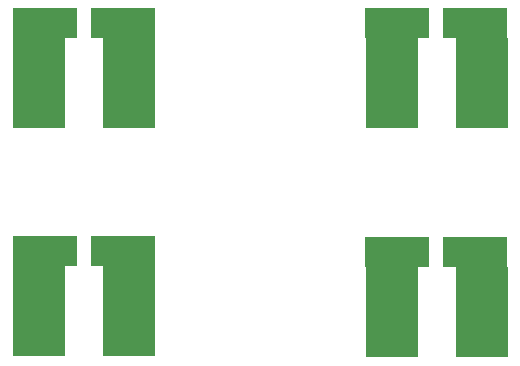
<source format=gts>
G04 (created by PCBNEW-RS274X (2011-06-08)-testing) date Sa 02 Jul 2011 11:16:49 CEST*
G01*
G70*
G90*
%MOIN*%
G04 Gerber Fmt 3.4, Leading zero omitted, Abs format*
%FSLAX34Y34*%
G04 APERTURE LIST*
%ADD10C,0.006000*%
%ADD11R,0.216900X0.098700*%
%ADD12R,0.177500X0.098700*%
G04 APERTURE END LIST*
G54D10*
G54D11*
X14465Y-10267D03*
G54D12*
X14269Y-11267D03*
X14269Y-12267D03*
X14269Y-13267D03*
G54D11*
X17064Y-10267D03*
G54D12*
X17269Y-11267D03*
X17269Y-12267D03*
X17269Y-13267D03*
G54D11*
X26215Y-10267D03*
G54D12*
X26019Y-11267D03*
X26019Y-12267D03*
X26019Y-13267D03*
G54D11*
X28814Y-10267D03*
G54D12*
X29019Y-11267D03*
X29019Y-12267D03*
X29019Y-13267D03*
G54D11*
X14465Y-17867D03*
G54D12*
X14269Y-18867D03*
X14269Y-19867D03*
X14269Y-20867D03*
G54D11*
X17064Y-17867D03*
G54D12*
X17269Y-18867D03*
X17269Y-19867D03*
X17269Y-20867D03*
G54D11*
X26215Y-17917D03*
G54D12*
X26019Y-18917D03*
X26019Y-19917D03*
X26019Y-20917D03*
G54D11*
X28814Y-17917D03*
G54D12*
X29019Y-18917D03*
X29019Y-19917D03*
X29019Y-20917D03*
M02*

</source>
